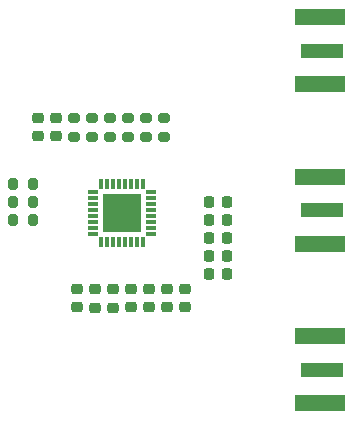
<source format=gtp>
G04 #@! TF.GenerationSoftware,KiCad,Pcbnew,7.0.8*
G04 #@! TF.CreationDate,2023-12-20T18:07:40+01:00*
G04 #@! TF.ProjectId,sx1255_eval,73783132-3535-45f6-9576-616c2e6b6963,rev?*
G04 #@! TF.SameCoordinates,Original*
G04 #@! TF.FileFunction,Paste,Top*
G04 #@! TF.FilePolarity,Positive*
%FSLAX46Y46*%
G04 Gerber Fmt 4.6, Leading zero omitted, Abs format (unit mm)*
G04 Created by KiCad (PCBNEW 7.0.8) date 2023-12-20 18:07:40*
%MOMM*%
%LPD*%
G01*
G04 APERTURE LIST*
G04 Aperture macros list*
%AMRoundRect*
0 Rectangle with rounded corners*
0 $1 Rounding radius*
0 $2 $3 $4 $5 $6 $7 $8 $9 X,Y pos of 4 corners*
0 Add a 4 corners polygon primitive as box body*
4,1,4,$2,$3,$4,$5,$6,$7,$8,$9,$2,$3,0*
0 Add four circle primitives for the rounded corners*
1,1,$1+$1,$2,$3*
1,1,$1+$1,$4,$5*
1,1,$1+$1,$6,$7*
1,1,$1+$1,$8,$9*
0 Add four rect primitives between the rounded corners*
20,1,$1+$1,$2,$3,$4,$5,0*
20,1,$1+$1,$4,$5,$6,$7,0*
20,1,$1+$1,$6,$7,$8,$9,0*
20,1,$1+$1,$8,$9,$2,$3,0*%
G04 Aperture macros list end*
%ADD10R,0.850000X0.300000*%
%ADD11R,0.300000X0.850000*%
%ADD12R,3.200000X3.200000*%
%ADD13RoundRect,0.218750X0.256250X-0.218750X0.256250X0.218750X-0.256250X0.218750X-0.256250X-0.218750X0*%
%ADD14RoundRect,0.200000X-0.200000X-0.275000X0.200000X-0.275000X0.200000X0.275000X-0.200000X0.275000X0*%
%ADD15R,3.600000X1.270000*%
%ADD16R,4.200000X1.350000*%
%ADD17RoundRect,0.225000X-0.225000X-0.250000X0.225000X-0.250000X0.225000X0.250000X-0.225000X0.250000X0*%
%ADD18RoundRect,0.200000X0.275000X-0.200000X0.275000X0.200000X-0.275000X0.200000X-0.275000X-0.200000X0*%
%ADD19RoundRect,0.225000X-0.250000X0.225000X-0.250000X-0.225000X0.250000X-0.225000X0.250000X0.225000X0*%
%ADD20RoundRect,0.225000X0.250000X-0.225000X0.250000X0.225000X-0.250000X0.225000X-0.250000X-0.225000X0*%
G04 APERTURE END LIST*
D10*
X148326000Y-96000000D03*
X148326000Y-95500000D03*
X148326000Y-95000000D03*
X148326000Y-94500000D03*
X148326000Y-94000000D03*
X148326000Y-93500000D03*
X148326000Y-93000000D03*
X148326000Y-92500000D03*
D11*
X147626000Y-91800000D03*
X147126000Y-91800000D03*
X146626000Y-91800000D03*
X146126000Y-91800000D03*
X145626000Y-91800000D03*
X145126000Y-91800000D03*
X144626000Y-91800000D03*
X144126000Y-91800000D03*
D10*
X143426000Y-92500000D03*
X143426000Y-93000000D03*
X143426000Y-93500000D03*
X143426000Y-94000000D03*
X143426000Y-94500000D03*
X143426000Y-95000000D03*
X143426000Y-95500000D03*
X143426000Y-96000000D03*
D11*
X144126000Y-96700000D03*
X144626000Y-96700000D03*
X145126000Y-96700000D03*
X145626000Y-96700000D03*
X146126000Y-96700000D03*
X146626000Y-96700000D03*
X147126000Y-96700000D03*
X147626000Y-96700000D03*
D12*
X145876000Y-94250000D03*
D13*
X145114000Y-102245500D03*
X145114000Y-100670500D03*
D14*
X136669000Y-91806000D03*
X138319000Y-91806000D03*
D13*
X143590000Y-102245500D03*
X143590000Y-100670500D03*
D15*
X162852000Y-80500000D03*
D16*
X162652000Y-83325000D03*
X162652000Y-77675000D03*
D17*
X153229000Y-99426000D03*
X154779000Y-99426000D03*
D15*
X162852000Y-107500000D03*
D16*
X162652000Y-110325000D03*
X162652000Y-104675000D03*
D18*
X144860000Y-87805000D03*
X144860000Y-86155000D03*
D19*
X146638000Y-100683000D03*
X146638000Y-102233000D03*
X151210000Y-100683000D03*
X151210000Y-102233000D03*
D18*
X141812000Y-87805000D03*
X141812000Y-86155000D03*
D20*
X140288000Y-87755000D03*
X140288000Y-86205000D03*
D14*
X136669000Y-93330000D03*
X138319000Y-93330000D03*
D19*
X149686000Y-100683000D03*
X149686000Y-102233000D03*
D18*
X147908000Y-87805000D03*
X147908000Y-86155000D03*
X149432000Y-87805000D03*
X149432000Y-86155000D03*
D19*
X148162000Y-100683000D03*
X148162000Y-102233000D03*
D17*
X153229000Y-94854000D03*
X154779000Y-94854000D03*
X153229000Y-96378000D03*
X154779000Y-96378000D03*
D19*
X142066000Y-100683000D03*
X142066000Y-102233000D03*
D17*
X153229000Y-97902000D03*
X154779000Y-97902000D03*
D18*
X146384000Y-87805000D03*
X146384000Y-86155000D03*
D14*
X136669000Y-94854000D03*
X138319000Y-94854000D03*
D20*
X138764000Y-87755000D03*
X138764000Y-86205000D03*
D18*
X143336000Y-87805000D03*
X143336000Y-86155000D03*
D17*
X153229000Y-93330000D03*
X154779000Y-93330000D03*
D15*
X162852000Y-94000000D03*
D16*
X162652000Y-96825000D03*
X162652000Y-91175000D03*
M02*

</source>
